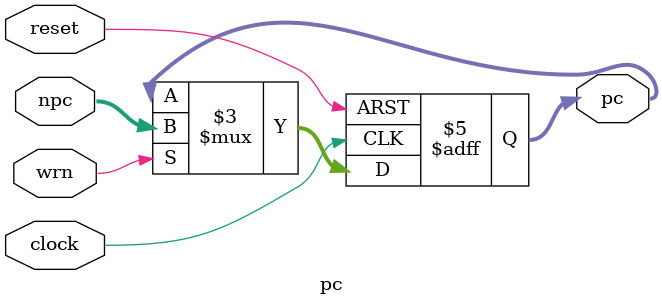
<source format=v>
module pc(pc,clock,reset,wrn,npc);
    output reg [31:0] pc;
	input clock;
	input reset;
	input wrn;
	input [31:0]npc;
	always @(posedge clock,negedge reset)
	    begin
			if(!reset)
			begin
				pc <= 32'h00003000;
			end
			else 
			begin
				if(wrn)
					pc <= npc;
			end
	    end
endmodule
</source>
